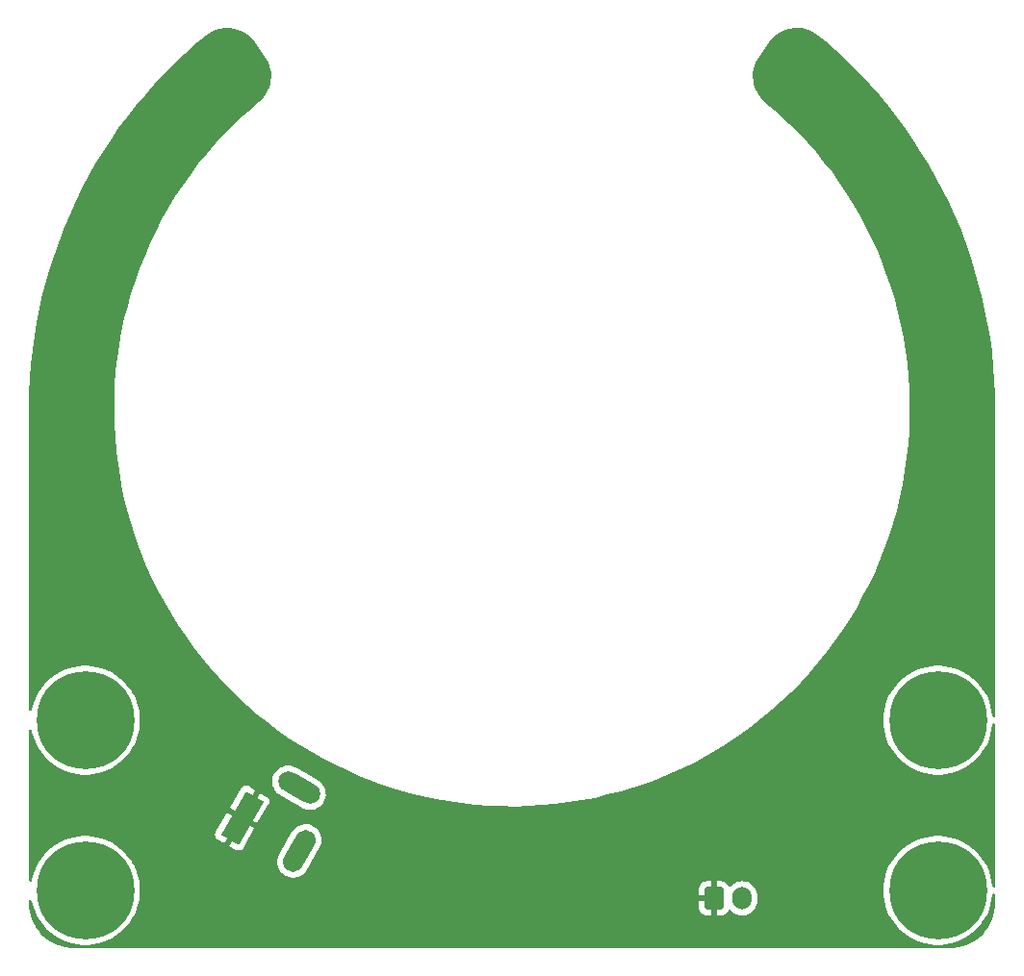
<source format=gbr>
%TF.GenerationSoftware,KiCad,Pcbnew,7.0.8*%
%TF.CreationDate,2024-01-31T23:47:12+00:00*%
%TF.ProjectId,Milo_RingLight,4d696c6f-5f52-4696-9e67-4c696768742e,rev?*%
%TF.SameCoordinates,Original*%
%TF.FileFunction,Copper,L2,Bot*%
%TF.FilePolarity,Positive*%
%FSLAX46Y46*%
G04 Gerber Fmt 4.6, Leading zero omitted, Abs format (unit mm)*
G04 Created by KiCad (PCBNEW 7.0.8) date 2024-01-31 23:47:12*
%MOMM*%
%LPD*%
G01*
G04 APERTURE LIST*
G04 Aperture macros list*
%AMRoundRect*
0 Rectangle with rounded corners*
0 $1 Rounding radius*
0 $2 $3 $4 $5 $6 $7 $8 $9 X,Y pos of 4 corners*
0 Add a 4 corners polygon primitive as box body*
4,1,4,$2,$3,$4,$5,$6,$7,$8,$9,$2,$3,0*
0 Add four circle primitives for the rounded corners*
1,1,$1+$1,$2,$3*
1,1,$1+$1,$4,$5*
1,1,$1+$1,$6,$7*
1,1,$1+$1,$8,$9*
0 Add four rect primitives between the rounded corners*
20,1,$1+$1,$2,$3,$4,$5,0*
20,1,$1+$1,$4,$5,$6,$7,0*
20,1,$1+$1,$6,$7,$8,$9,0*
20,1,$1+$1,$8,$9,$2,$3,0*%
%AMHorizOval*
0 Thick line with rounded ends*
0 $1 width*
0 $2 $3 position (X,Y) of the first rounded end (center of the circle)*
0 $4 $5 position (X,Y) of the second rounded end (center of the circle)*
0 Add line between two ends*
20,1,$1,$2,$3,$4,$5,0*
0 Add two circle primitives to create the rounded ends*
1,1,$1,$2,$3*
1,1,$1,$4,$5*%
%AMRotRect*
0 Rectangle, with rotation*
0 The origin of the aperture is its center*
0 $1 length*
0 $2 width*
0 $3 Rotation angle, in degrees counterclockwise*
0 Add horizontal line*
21,1,$1,$2,0,0,$3*%
G04 Aperture macros list end*
%TA.AperFunction,ComponentPad*%
%ADD10C,0.900000*%
%TD*%
%TA.AperFunction,ComponentPad*%
%ADD11C,8.600000*%
%TD*%
%TA.AperFunction,ComponentPad*%
%ADD12RoundRect,0.250000X-0.600000X-0.750000X0.600000X-0.750000X0.600000X0.750000X-0.600000X0.750000X0*%
%TD*%
%TA.AperFunction,ComponentPad*%
%ADD13O,1.700000X2.000000*%
%TD*%
%TA.AperFunction,ComponentPad*%
%ADD14RotRect,4.400000X1.800000X60.000000*%
%TD*%
%TA.AperFunction,ComponentPad*%
%ADD15HorizOval,1.800000X0.550000X0.952628X-0.550000X-0.952628X0*%
%TD*%
%TA.AperFunction,ComponentPad*%
%ADD16HorizOval,1.800000X-0.952628X0.550000X0.952628X-0.550000X0*%
%TD*%
%TA.AperFunction,ViaPad*%
%ADD17C,0.800000*%
%TD*%
G04 APERTURE END LIST*
D10*
%TO.P,J5,1,Pin_1*%
%TO.N,Net-(J5-Pin_1)*%
X104239024Y-97518461D03*
X105183605Y-95238042D03*
X105183605Y-99798880D03*
X107464024Y-94293461D03*
D11*
X107464024Y-97518461D03*
D10*
X107464024Y-100743461D03*
X109744443Y-95238042D03*
X109744443Y-99798880D03*
X110689024Y-97518461D03*
%TD*%
%TO.P,J2,1,Pin_1*%
%TO.N,Net-(J2-Pin_1)*%
X29239024Y-82518461D03*
X30183605Y-80238042D03*
X30183605Y-84798880D03*
X32464024Y-79293461D03*
D11*
X32464024Y-82518461D03*
D10*
X32464024Y-85743461D03*
X34744443Y-80238042D03*
X34744443Y-84798880D03*
X35689024Y-82518461D03*
%TD*%
%TO.P,J3,1,Pin_1*%
%TO.N,Net-(J3-Pin_1)*%
X29239024Y-97518461D03*
X30183605Y-95238042D03*
X30183605Y-99798880D03*
X32464024Y-94293461D03*
D11*
X32464024Y-97518461D03*
D10*
X32464024Y-100743461D03*
X34744443Y-95238042D03*
X34744443Y-99798880D03*
X35689024Y-97518461D03*
%TD*%
D12*
%TO.P,J6,1,Pin_1*%
%TO.N,VDD*%
X87750000Y-98200000D03*
D13*
%TO.P,J6,2,Pin_2*%
%TO.N,GND*%
X90250000Y-98200000D03*
%TD*%
D14*
%TO.P,J1,1*%
%TO.N,VDD*%
X46261858Y-91133080D03*
D15*
%TO.P,J1,2*%
%TO.N,GND*%
X51284805Y-94033080D03*
D16*
%TO.P,J1,3*%
%TO.N,N/C*%
X51259934Y-88476158D03*
%TD*%
D10*
%TO.P,J4,1,Pin_1*%
%TO.N,Net-(J4-Pin_1)*%
X104239024Y-82518461D03*
X105183605Y-80238042D03*
X105183605Y-84798880D03*
X107464024Y-79293461D03*
D11*
X107464024Y-82518461D03*
D10*
X107464024Y-85743461D03*
X109744443Y-80238042D03*
X109744443Y-84798880D03*
X110689024Y-82518461D03*
%TD*%
D17*
%TO.N,VDD*%
X43000000Y-30000000D03*
X40000000Y-100500000D03*
X33500000Y-58500000D03*
X40000000Y-85500000D03*
X40000000Y-76500000D03*
X103000000Y-78000000D03*
X109000000Y-60500000D03*
X100500000Y-31000000D03*
X100000000Y-86000000D03*
X84000000Y-98000000D03*
X100000000Y-100500000D03*
%TD*%
%TA.AperFunction,Conductor*%
%TO.N,VDD*%
G36*
X95136142Y-21559649D02*
G01*
X95387534Y-21580575D01*
X95457357Y-21586387D01*
X95464097Y-21587322D01*
X95558378Y-21605732D01*
X95780457Y-21649097D01*
X95787044Y-21650762D01*
X96094748Y-21746831D01*
X96101097Y-21749203D01*
X96396418Y-21878407D01*
X96402479Y-21881466D01*
X96681863Y-22042248D01*
X96687554Y-22045952D01*
X96948476Y-22236990D01*
X96951850Y-22239645D01*
X97902335Y-23042864D01*
X97906755Y-23046599D01*
X98838916Y-23882626D01*
X99746043Y-24745751D01*
X100627349Y-25635224D01*
X101482069Y-26550275D01*
X102309462Y-27490107D01*
X103108809Y-28453907D01*
X103879415Y-29440836D01*
X104620613Y-30450038D01*
X105331759Y-31480637D01*
X106012236Y-32531740D01*
X106661452Y-33602432D01*
X107278845Y-34691785D01*
X107863878Y-35798853D01*
X108416043Y-36922676D01*
X108934862Y-38062277D01*
X109419884Y-39216668D01*
X109870688Y-40384846D01*
X110286882Y-41565797D01*
X110668105Y-42758497D01*
X111014027Y-43961910D01*
X111324347Y-45174991D01*
X111598796Y-46396687D01*
X111837135Y-47625938D01*
X112039158Y-48861677D01*
X112204689Y-50102831D01*
X112333585Y-51348323D01*
X112425733Y-52597072D01*
X112481054Y-53847992D01*
X112499102Y-55073047D01*
X112498655Y-55075423D01*
X112498812Y-55108633D01*
X112498812Y-55341748D01*
X112481760Y-56318463D01*
X112481263Y-56320885D01*
X112481313Y-56341750D01*
X112481388Y-56341929D01*
X112490825Y-56366074D01*
X112487070Y-56367541D01*
X112496744Y-56385383D01*
X112499500Y-56411381D01*
X112499500Y-82117936D01*
X112479815Y-82184975D01*
X112427011Y-82230730D01*
X112357853Y-82240674D01*
X112294297Y-82211649D01*
X112256523Y-82152871D01*
X112251625Y-82123499D01*
X112250018Y-82087723D01*
X112250018Y-82087714D01*
X112192139Y-81660435D01*
X112096192Y-81240064D01*
X111962950Y-80829986D01*
X111800657Y-80450282D01*
X111793490Y-80433513D01*
X111793486Y-80433505D01*
X111791381Y-80429594D01*
X111589161Y-80053806D01*
X111565270Y-80017612D01*
X111351629Y-79693959D01*
X111351619Y-79693946D01*
X111082798Y-79356853D01*
X111082786Y-79356840D01*
X110784818Y-79045191D01*
X110784817Y-79045190D01*
X110784814Y-79045187D01*
X110556411Y-78845637D01*
X110460109Y-78761500D01*
X110460092Y-78761487D01*
X110111280Y-78508060D01*
X110111275Y-78508057D01*
X110111271Y-78508054D01*
X109741124Y-78286901D01*
X109741119Y-78286898D01*
X109741117Y-78286897D01*
X109352651Y-78099821D01*
X109352637Y-78099815D01*
X108948968Y-77948316D01*
X108948943Y-77948308D01*
X108533319Y-77833603D01*
X108109067Y-77756612D01*
X108109064Y-77756611D01*
X108109060Y-77756611D01*
X107679615Y-77717961D01*
X107248433Y-77717961D01*
X106818988Y-77756611D01*
X106818984Y-77756611D01*
X106818980Y-77756612D01*
X106394728Y-77833603D01*
X105979104Y-77948308D01*
X105979079Y-77948316D01*
X105575410Y-78099815D01*
X105575396Y-78099821D01*
X105186930Y-78286897D01*
X105186928Y-78286898D01*
X104816767Y-78508060D01*
X104467955Y-78761487D01*
X104467938Y-78761500D01*
X104143234Y-79045187D01*
X104143229Y-79045191D01*
X103845261Y-79356840D01*
X103845249Y-79356853D01*
X103576428Y-79693946D01*
X103576418Y-79693959D01*
X103338891Y-80053798D01*
X103338891Y-80053799D01*
X103134561Y-80433505D01*
X103134557Y-80433513D01*
X102965100Y-80829980D01*
X102965097Y-80829988D01*
X102831854Y-81240069D01*
X102735909Y-81660433D01*
X102678030Y-82087714D01*
X102678029Y-82087723D01*
X102658685Y-82518457D01*
X102658685Y-82518464D01*
X102678029Y-82949198D01*
X102678030Y-82949207D01*
X102735909Y-83376488D01*
X102831854Y-83796852D01*
X102965097Y-84206933D01*
X102965100Y-84206941D01*
X103134557Y-84603408D01*
X103134561Y-84603416D01*
X103134563Y-84603419D01*
X103338887Y-84983116D01*
X103338891Y-84983122D01*
X103338891Y-84983123D01*
X103576418Y-85342962D01*
X103576428Y-85342975D01*
X103845249Y-85680068D01*
X103845259Y-85680079D01*
X103845260Y-85680080D01*
X104143234Y-85991735D01*
X104467944Y-86275426D01*
X104816777Y-86528868D01*
X105186924Y-86750021D01*
X105186927Y-86750022D01*
X105186928Y-86750023D01*
X105186930Y-86750024D01*
X105575396Y-86937100D01*
X105575410Y-86937106D01*
X105979079Y-87088605D01*
X105979083Y-87088606D01*
X105979093Y-87088610D01*
X106394735Y-87203320D01*
X106818988Y-87280311D01*
X107248433Y-87318961D01*
X107248440Y-87318961D01*
X107679608Y-87318961D01*
X107679615Y-87318961D01*
X108109060Y-87280311D01*
X108533313Y-87203320D01*
X108948955Y-87088610D01*
X109352643Y-86937104D01*
X109741124Y-86750021D01*
X110111271Y-86528868D01*
X110460104Y-86275426D01*
X110784814Y-85991735D01*
X111082788Y-85680080D01*
X111103413Y-85654218D01*
X111219212Y-85509008D01*
X111351625Y-85342968D01*
X111589161Y-84983116D01*
X111793485Y-84603419D01*
X111962950Y-84206936D01*
X112096192Y-83796858D01*
X112192139Y-83376487D01*
X112250018Y-82949208D01*
X112251625Y-82913421D01*
X112274297Y-82847333D01*
X112329101Y-82803993D01*
X112398636Y-82797162D01*
X112460825Y-82829010D01*
X112495925Y-82889423D01*
X112499500Y-82918985D01*
X112499500Y-97117936D01*
X112479815Y-97184975D01*
X112427011Y-97230730D01*
X112357853Y-97240674D01*
X112294297Y-97211649D01*
X112256523Y-97152871D01*
X112251625Y-97123499D01*
X112250018Y-97087723D01*
X112250018Y-97087714D01*
X112192139Y-96660435D01*
X112096192Y-96240064D01*
X111962950Y-95829986D01*
X111887628Y-95653762D01*
X111793490Y-95433513D01*
X111793486Y-95433505D01*
X111793485Y-95433503D01*
X111589161Y-95053806D01*
X111589156Y-95053798D01*
X111351629Y-94693959D01*
X111351619Y-94693946D01*
X111082798Y-94356853D01*
X111082786Y-94356840D01*
X111063806Y-94336989D01*
X110784814Y-94045187D01*
X110536368Y-93828126D01*
X110460109Y-93761500D01*
X110460092Y-93761487D01*
X110111280Y-93508060D01*
X110111275Y-93508057D01*
X110111271Y-93508054D01*
X109741124Y-93286901D01*
X109741119Y-93286898D01*
X109741117Y-93286897D01*
X109352651Y-93099821D01*
X109352637Y-93099815D01*
X108948968Y-92948316D01*
X108948943Y-92948308D01*
X108533319Y-92833603D01*
X108109067Y-92756612D01*
X108109064Y-92756611D01*
X108109060Y-92756611D01*
X107679615Y-92717961D01*
X107248433Y-92717961D01*
X106818988Y-92756611D01*
X106818984Y-92756611D01*
X106818980Y-92756612D01*
X106394728Y-92833603D01*
X105979104Y-92948308D01*
X105979079Y-92948316D01*
X105575410Y-93099815D01*
X105575396Y-93099821D01*
X105186930Y-93286897D01*
X105186928Y-93286898D01*
X104816767Y-93508060D01*
X104467955Y-93761487D01*
X104467938Y-93761500D01*
X104143234Y-94045187D01*
X104143229Y-94045191D01*
X103845261Y-94356840D01*
X103845249Y-94356853D01*
X103576428Y-94693946D01*
X103576418Y-94693959D01*
X103338891Y-95053798D01*
X103338891Y-95053799D01*
X103134561Y-95433505D01*
X103134557Y-95433513D01*
X102965100Y-95829980D01*
X102965097Y-95829988D01*
X102831854Y-96240069D01*
X102735909Y-96660433D01*
X102678030Y-97087714D01*
X102678029Y-97087723D01*
X102658685Y-97518457D01*
X102658685Y-97518464D01*
X102678029Y-97949198D01*
X102678030Y-97949207D01*
X102735909Y-98376488D01*
X102831854Y-98796852D01*
X102965097Y-99206933D01*
X102965100Y-99206941D01*
X103134557Y-99603408D01*
X103134561Y-99603416D01*
X103180888Y-99689505D01*
X103338887Y-99983116D01*
X103338891Y-99983122D01*
X103338891Y-99983123D01*
X103576418Y-100342962D01*
X103576428Y-100342975D01*
X103845249Y-100680068D01*
X103845261Y-100680081D01*
X104020382Y-100863243D01*
X104143234Y-100991735D01*
X104467944Y-101275426D01*
X104816777Y-101528868D01*
X105186924Y-101750021D01*
X105186927Y-101750022D01*
X105186928Y-101750023D01*
X105186930Y-101750024D01*
X105575396Y-101937100D01*
X105575410Y-101937106D01*
X105979079Y-102088605D01*
X105979083Y-102088606D01*
X105979093Y-102088610D01*
X106394735Y-102203320D01*
X106818988Y-102280311D01*
X107248433Y-102318961D01*
X107248440Y-102318961D01*
X107679608Y-102318961D01*
X107679615Y-102318961D01*
X108109060Y-102280311D01*
X108533313Y-102203320D01*
X108948955Y-102088610D01*
X109352643Y-101937104D01*
X109741124Y-101750021D01*
X110111271Y-101528868D01*
X110460104Y-101275426D01*
X110784814Y-100991735D01*
X111082788Y-100680080D01*
X111187522Y-100548748D01*
X111317920Y-100385233D01*
X111351625Y-100342968D01*
X111589161Y-99983116D01*
X111793485Y-99603419D01*
X111962950Y-99206936D01*
X112096192Y-98796858D01*
X112192139Y-98376487D01*
X112250018Y-97949208D01*
X112251625Y-97913421D01*
X112274297Y-97847333D01*
X112329101Y-97803993D01*
X112398636Y-97797162D01*
X112460825Y-97829010D01*
X112495925Y-97889423D01*
X112499500Y-97918985D01*
X112499500Y-98598560D01*
X112499434Y-98601424D01*
X112482570Y-98966165D01*
X112482042Y-98971870D01*
X112431796Y-99332069D01*
X112430743Y-99337701D01*
X112347479Y-99691720D01*
X112345911Y-99697231D01*
X112230332Y-100042072D01*
X112228265Y-100047407D01*
X112154814Y-100213758D01*
X112081366Y-100380103D01*
X112078812Y-100385232D01*
X111901840Y-100702955D01*
X111898824Y-100707826D01*
X111693287Y-101007875D01*
X111689834Y-101012448D01*
X111457498Y-101292239D01*
X111453638Y-101296473D01*
X111196473Y-101553638D01*
X111192239Y-101557498D01*
X110912448Y-101789834D01*
X110907875Y-101793287D01*
X110607826Y-101998824D01*
X110602955Y-102001840D01*
X110285232Y-102178812D01*
X110280103Y-102181366D01*
X110113758Y-102254814D01*
X109947411Y-102328264D01*
X109942072Y-102330332D01*
X109597231Y-102445911D01*
X109591720Y-102447479D01*
X109237701Y-102530743D01*
X109232069Y-102531796D01*
X108871870Y-102582042D01*
X108866165Y-102582570D01*
X108501424Y-102599434D01*
X108498560Y-102599500D01*
X31501783Y-102599500D01*
X31498919Y-102599434D01*
X31134177Y-102582570D01*
X31128472Y-102582042D01*
X30768272Y-102531796D01*
X30762640Y-102530743D01*
X30408622Y-102447479D01*
X30403111Y-102445911D01*
X30177218Y-102370200D01*
X30058262Y-102330331D01*
X30052942Y-102328269D01*
X29720227Y-102181362D01*
X29715108Y-102178813D01*
X29715106Y-102178812D01*
X29553155Y-102088605D01*
X29397385Y-102001841D01*
X29392514Y-101998825D01*
X29092465Y-101793288D01*
X29087902Y-101789843D01*
X28808099Y-101557497D01*
X28803867Y-101553639D01*
X28546702Y-101296474D01*
X28542842Y-101292240D01*
X28310496Y-101012435D01*
X28307053Y-101007876D01*
X28101515Y-100707827D01*
X28098499Y-100702956D01*
X28082694Y-100674581D01*
X27921522Y-100385222D01*
X27918983Y-100380122D01*
X27772067Y-100047389D01*
X27770008Y-100042073D01*
X27750249Y-99983122D01*
X27654426Y-99697225D01*
X27652863Y-99691733D01*
X27569594Y-99337694D01*
X27568543Y-99332070D01*
X27568543Y-99332069D01*
X27518295Y-98971857D01*
X27517769Y-98966164D01*
X27500909Y-98601488D01*
X27500843Y-98598624D01*
X27500843Y-98447124D01*
X27520528Y-98380085D01*
X27573332Y-98334330D01*
X27642490Y-98324386D01*
X27706046Y-98353411D01*
X27743820Y-98412189D01*
X27745731Y-98419524D01*
X27752688Y-98450000D01*
X27831854Y-98796852D01*
X27965097Y-99206933D01*
X27965100Y-99206941D01*
X28134557Y-99603408D01*
X28134561Y-99603416D01*
X28180888Y-99689505D01*
X28338887Y-99983116D01*
X28338891Y-99983122D01*
X28338891Y-99983123D01*
X28576418Y-100342962D01*
X28576428Y-100342975D01*
X28845249Y-100680068D01*
X28845261Y-100680081D01*
X29020382Y-100863243D01*
X29143234Y-100991735D01*
X29467944Y-101275426D01*
X29816777Y-101528868D01*
X30186924Y-101750021D01*
X30186927Y-101750022D01*
X30186928Y-101750023D01*
X30186930Y-101750024D01*
X30575396Y-101937100D01*
X30575410Y-101937106D01*
X30979079Y-102088605D01*
X30979083Y-102088606D01*
X30979093Y-102088610D01*
X31394735Y-102203320D01*
X31818988Y-102280311D01*
X32248433Y-102318961D01*
X32248440Y-102318961D01*
X32679608Y-102318961D01*
X32679615Y-102318961D01*
X33109060Y-102280311D01*
X33533313Y-102203320D01*
X33948955Y-102088610D01*
X34352643Y-101937104D01*
X34741124Y-101750021D01*
X35111271Y-101528868D01*
X35460104Y-101275426D01*
X35784814Y-100991735D01*
X36082788Y-100680080D01*
X36187522Y-100548748D01*
X36317920Y-100385233D01*
X36351625Y-100342968D01*
X36589161Y-99983116D01*
X36793485Y-99603419D01*
X36962950Y-99206936D01*
X37096192Y-98796858D01*
X37192139Y-98376487D01*
X37249911Y-97950000D01*
X86400000Y-97950000D01*
X87316314Y-97950000D01*
X87290507Y-97990156D01*
X87250000Y-98128111D01*
X87250000Y-98271889D01*
X87290507Y-98409844D01*
X87316314Y-98450000D01*
X86400001Y-98450000D01*
X86400001Y-98999986D01*
X86410494Y-99102697D01*
X86465641Y-99269119D01*
X86465643Y-99269124D01*
X86557684Y-99418345D01*
X86681654Y-99542315D01*
X86830875Y-99634356D01*
X86830880Y-99634358D01*
X86997302Y-99689505D01*
X86997309Y-99689506D01*
X87100019Y-99699999D01*
X87499999Y-99699999D01*
X87500000Y-99699998D01*
X87500000Y-98635501D01*
X87607685Y-98684680D01*
X87714237Y-98700000D01*
X87785763Y-98700000D01*
X87892315Y-98684680D01*
X88000000Y-98635501D01*
X88000000Y-99699999D01*
X88399972Y-99699999D01*
X88399986Y-99699998D01*
X88502697Y-99689505D01*
X88669119Y-99634358D01*
X88669124Y-99634356D01*
X88818345Y-99542315D01*
X88942315Y-99418345D01*
X89037815Y-99263516D01*
X89089763Y-99216792D01*
X89158726Y-99205569D01*
X89222808Y-99233413D01*
X89231035Y-99240931D01*
X89378599Y-99388495D01*
X89378602Y-99388497D01*
X89378603Y-99388498D01*
X89572165Y-99524032D01*
X89572167Y-99524033D01*
X89572170Y-99524035D01*
X89786337Y-99623903D01*
X89786343Y-99623904D01*
X89786344Y-99623905D01*
X89825356Y-99634358D01*
X90014592Y-99685063D01*
X90202918Y-99701539D01*
X90249999Y-99705659D01*
X90250000Y-99705659D01*
X90250001Y-99705659D01*
X90289234Y-99702226D01*
X90485408Y-99685063D01*
X90713663Y-99623903D01*
X90927829Y-99524035D01*
X91121401Y-99388495D01*
X91288495Y-99221401D01*
X91424035Y-99027829D01*
X91523903Y-98813663D01*
X91585063Y-98585408D01*
X91600500Y-98408966D01*
X91600500Y-97991034D01*
X91585063Y-97814592D01*
X91523903Y-97586337D01*
X91424035Y-97372171D01*
X91371617Y-97297309D01*
X91288494Y-97178597D01*
X91121402Y-97011506D01*
X91121395Y-97011501D01*
X90927834Y-96875967D01*
X90927830Y-96875965D01*
X90888626Y-96857684D01*
X90713663Y-96776097D01*
X90713659Y-96776096D01*
X90713655Y-96776094D01*
X90485413Y-96714938D01*
X90485403Y-96714936D01*
X90250001Y-96694341D01*
X90249999Y-96694341D01*
X90014596Y-96714936D01*
X90014586Y-96714938D01*
X89786344Y-96776094D01*
X89786335Y-96776098D01*
X89572171Y-96875964D01*
X89572169Y-96875965D01*
X89378597Y-97011505D01*
X89231035Y-97159068D01*
X89169712Y-97192553D01*
X89100020Y-97187569D01*
X89044087Y-97145697D01*
X89037815Y-97136484D01*
X88942315Y-96981654D01*
X88818345Y-96857684D01*
X88669124Y-96765643D01*
X88669119Y-96765641D01*
X88502697Y-96710494D01*
X88502690Y-96710493D01*
X88399986Y-96700000D01*
X88000000Y-96700000D01*
X88000000Y-97764498D01*
X87892315Y-97715320D01*
X87785763Y-97700000D01*
X87714237Y-97700000D01*
X87607685Y-97715320D01*
X87500000Y-97764498D01*
X87500000Y-96700000D01*
X87100028Y-96700000D01*
X87100012Y-96700001D01*
X86997302Y-96710494D01*
X86830880Y-96765641D01*
X86830875Y-96765643D01*
X86681654Y-96857684D01*
X86557684Y-96981654D01*
X86465643Y-97130875D01*
X86465641Y-97130880D01*
X86410494Y-97297302D01*
X86410493Y-97297309D01*
X86400000Y-97400013D01*
X86400000Y-97950000D01*
X37249911Y-97950000D01*
X37250018Y-97949208D01*
X37269363Y-97518461D01*
X37250018Y-97087714D01*
X37192139Y-96660435D01*
X37096192Y-96240064D01*
X36962950Y-95829986D01*
X36887628Y-95653762D01*
X36793490Y-95433513D01*
X36793486Y-95433505D01*
X36793485Y-95433503D01*
X36589161Y-95053806D01*
X36589156Y-95053798D01*
X36531082Y-94965819D01*
X49329382Y-94965819D01*
X49335617Y-95053799D01*
X49346236Y-95203622D01*
X49403037Y-95435157D01*
X49498151Y-95653762D01*
X49628838Y-95853145D01*
X49791348Y-96027580D01*
X49791351Y-96027582D01*
X49980988Y-96172035D01*
X49980990Y-96172036D01*
X49980994Y-96172039D01*
X50079019Y-96223214D01*
X50192321Y-96282366D01*
X50192324Y-96282367D01*
X50192328Y-96282369D01*
X50419268Y-96355397D01*
X50655285Y-96389020D01*
X50893590Y-96382274D01*
X51027600Y-96355371D01*
X51127320Y-96335353D01*
X51127323Y-96335352D01*
X51127324Y-96335351D01*
X51127327Y-96335351D01*
X51349772Y-96249601D01*
X51554525Y-96127492D01*
X51735697Y-95972535D01*
X51888074Y-95789188D01*
X53077422Y-93729176D01*
X53153320Y-93567409D01*
X53216651Y-93337574D01*
X53240228Y-93100342D01*
X53223374Y-92862539D01*
X53166573Y-92631004D01*
X53071459Y-92412398D01*
X52940770Y-92213013D01*
X52778263Y-92038581D01*
X52778262Y-92038580D01*
X52778261Y-92038579D01*
X52778258Y-92038577D01*
X52588621Y-91894124D01*
X52588612Y-91894119D01*
X52377288Y-91783793D01*
X52150343Y-91710763D01*
X52111005Y-91705159D01*
X51914325Y-91677140D01*
X51914320Y-91677140D01*
X51676018Y-91683886D01*
X51442289Y-91730806D01*
X51442286Y-91730807D01*
X51219838Y-91816559D01*
X51219830Y-91816563D01*
X51015087Y-91938666D01*
X51015085Y-91938668D01*
X50833913Y-92093626D01*
X50833910Y-92093628D01*
X50833908Y-92093631D01*
X50681540Y-92276966D01*
X50681533Y-92276975D01*
X50206464Y-93099821D01*
X49492188Y-94336984D01*
X49492186Y-94336989D01*
X49416293Y-94498743D01*
X49416291Y-94498749D01*
X49416290Y-94498752D01*
X49382300Y-94622103D01*
X49352958Y-94728588D01*
X49329382Y-94965810D01*
X49329382Y-94965819D01*
X36531082Y-94965819D01*
X36351629Y-94693959D01*
X36351619Y-94693946D01*
X36082798Y-94356853D01*
X36082786Y-94356840D01*
X36063806Y-94336989D01*
X35784814Y-94045187D01*
X35536368Y-93828126D01*
X35460109Y-93761500D01*
X35460092Y-93761487D01*
X35111280Y-93508060D01*
X35111275Y-93508057D01*
X35111271Y-93508054D01*
X34741124Y-93286901D01*
X34741119Y-93286898D01*
X34741117Y-93286897D01*
X34352651Y-93099821D01*
X34352637Y-93099815D01*
X33948968Y-92948316D01*
X33948943Y-92948308D01*
X33533319Y-92833603D01*
X33109067Y-92756612D01*
X33109064Y-92756611D01*
X33109060Y-92756611D01*
X32679615Y-92717961D01*
X32248433Y-92717961D01*
X31818988Y-92756611D01*
X31818984Y-92756611D01*
X31818980Y-92756612D01*
X31394728Y-92833603D01*
X30979104Y-92948308D01*
X30979079Y-92948316D01*
X30575410Y-93099815D01*
X30575396Y-93099821D01*
X30186930Y-93286897D01*
X30186928Y-93286898D01*
X29816767Y-93508060D01*
X29467955Y-93761487D01*
X29467938Y-93761500D01*
X29143234Y-94045187D01*
X29143229Y-94045191D01*
X28845261Y-94356840D01*
X28845249Y-94356853D01*
X28576428Y-94693946D01*
X28576418Y-94693959D01*
X28338891Y-95053798D01*
X28338891Y-95053799D01*
X28134561Y-95433505D01*
X28134557Y-95433513D01*
X27965100Y-95829980D01*
X27965097Y-95829988D01*
X27831854Y-96240069D01*
X27745734Y-96617389D01*
X27711625Y-96678368D01*
X27649964Y-96711226D01*
X27580327Y-96705531D01*
X27524823Y-96663091D01*
X27501075Y-96597381D01*
X27500843Y-96589797D01*
X27500843Y-92576315D01*
X43877435Y-92576315D01*
X43894506Y-92719075D01*
X43951104Y-92851248D01*
X44042644Y-92962115D01*
X44042648Y-92962118D01*
X44091013Y-92997434D01*
X44091018Y-92997437D01*
X44695351Y-93346348D01*
X44695352Y-93346348D01*
X45237508Y-92407305D01*
X45241884Y-92423636D01*
X45310894Y-92529902D01*
X45409365Y-92609641D01*
X45527657Y-92655050D01*
X45654191Y-92661681D01*
X45670519Y-92657305D01*
X45128364Y-93596348D01*
X45128364Y-93596349D01*
X45732693Y-93945259D01*
X45787470Y-93969491D01*
X45787476Y-93969493D01*
X45929258Y-93993334D01*
X45929260Y-93993335D01*
X46072020Y-93976264D01*
X46204193Y-93919666D01*
X46315060Y-93828126D01*
X46315063Y-93828122D01*
X46350379Y-93779757D01*
X46350382Y-93779752D01*
X47349293Y-92049586D01*
X47349293Y-92049585D01*
X46483268Y-91549585D01*
X46733268Y-91116573D01*
X47599292Y-91616572D01*
X47599293Y-91616572D01*
X48598204Y-89886411D01*
X48622436Y-89831634D01*
X48622438Y-89831628D01*
X48646279Y-89689846D01*
X48646280Y-89689844D01*
X48629209Y-89547084D01*
X48572611Y-89414911D01*
X48481071Y-89304044D01*
X48481067Y-89304041D01*
X48432702Y-89268725D01*
X48432697Y-89268722D01*
X47828363Y-88919810D01*
X47828362Y-88919810D01*
X47286206Y-89858851D01*
X47281832Y-89842524D01*
X47212822Y-89736258D01*
X47114351Y-89656519D01*
X46996059Y-89611110D01*
X46869526Y-89604479D01*
X46853192Y-89608855D01*
X47395350Y-88669810D01*
X47395350Y-88669809D01*
X46791022Y-88320900D01*
X46736245Y-88296668D01*
X46736239Y-88296666D01*
X46594457Y-88272825D01*
X46594455Y-88272824D01*
X46451695Y-88289895D01*
X46319522Y-88346493D01*
X46208655Y-88438033D01*
X46208652Y-88438037D01*
X46173336Y-88486402D01*
X46173333Y-88486407D01*
X45174421Y-90216572D01*
X45174421Y-90216573D01*
X46040447Y-90716573D01*
X45790447Y-91149585D01*
X44924422Y-90649586D01*
X44924421Y-90649586D01*
X43925511Y-92379748D01*
X43901279Y-92434525D01*
X43901277Y-92434531D01*
X43877436Y-92576313D01*
X43877435Y-92576315D01*
X27500843Y-92576315D01*
X27500843Y-87846642D01*
X48903994Y-87846642D01*
X48910740Y-88084944D01*
X48957660Y-88318673D01*
X48957661Y-88318676D01*
X49043413Y-88541124D01*
X49043417Y-88541132D01*
X49120156Y-88669809D01*
X49165522Y-88745878D01*
X49269435Y-88867371D01*
X49314286Y-88919810D01*
X49320479Y-88927050D01*
X49503826Y-89079427D01*
X49503829Y-89079429D01*
X49503832Y-89079431D01*
X50155928Y-89455918D01*
X51563838Y-90268775D01*
X51652631Y-90310435D01*
X51725598Y-90344670D01*
X51725599Y-90344670D01*
X51725605Y-90344673D01*
X51955440Y-90408004D01*
X52192672Y-90431581D01*
X52430475Y-90414727D01*
X52662010Y-90357926D01*
X52880616Y-90262812D01*
X53080001Y-90132123D01*
X53254433Y-89969616D01*
X53398893Y-89779969D01*
X53509223Y-89568635D01*
X53582251Y-89341695D01*
X53615874Y-89105678D01*
X53609128Y-88867373D01*
X53584737Y-88745875D01*
X53562207Y-88633642D01*
X53562206Y-88633639D01*
X53553202Y-88610281D01*
X53476455Y-88411191D01*
X53354346Y-88206438D01*
X53199388Y-88025266D01*
X53016042Y-87872889D01*
X53016041Y-87872888D01*
X53016038Y-87872886D01*
X51856314Y-87203320D01*
X50956030Y-86683541D01*
X50905130Y-86659659D01*
X50794270Y-86607646D01*
X50794266Y-86607644D01*
X50794262Y-86607643D01*
X50564428Y-86544312D01*
X50564427Y-86544311D01*
X50564425Y-86544311D01*
X50327198Y-86520735D01*
X50327196Y-86520735D01*
X50232074Y-86527476D01*
X50089389Y-86537589D01*
X49857860Y-86594389D01*
X49857858Y-86594389D01*
X49857857Y-86594390D01*
X49767719Y-86633608D01*
X49639251Y-86689504D01*
X49439868Y-86820191D01*
X49265433Y-86982701D01*
X49265431Y-86982704D01*
X49120978Y-87172341D01*
X49120973Y-87172350D01*
X49010647Y-87383674D01*
X48937617Y-87610619D01*
X48926409Y-87689293D01*
X48903994Y-87846638D01*
X48903994Y-87846641D01*
X48903994Y-87846642D01*
X27500843Y-87846642D01*
X27500843Y-83447124D01*
X27520528Y-83380085D01*
X27573332Y-83334330D01*
X27642490Y-83324386D01*
X27706046Y-83353411D01*
X27743820Y-83412189D01*
X27745731Y-83419524D01*
X27770411Y-83527654D01*
X27831854Y-83796852D01*
X27965097Y-84206933D01*
X27965100Y-84206941D01*
X28134557Y-84603408D01*
X28134561Y-84603416D01*
X28134563Y-84603419D01*
X28338887Y-84983116D01*
X28338891Y-84983122D01*
X28338891Y-84983123D01*
X28576418Y-85342962D01*
X28576428Y-85342975D01*
X28845249Y-85680068D01*
X28845259Y-85680079D01*
X28845260Y-85680080D01*
X29143234Y-85991735D01*
X29467944Y-86275426D01*
X29816777Y-86528868D01*
X30186924Y-86750021D01*
X30186927Y-86750022D01*
X30186928Y-86750023D01*
X30186930Y-86750024D01*
X30575396Y-86937100D01*
X30575410Y-86937106D01*
X30979079Y-87088605D01*
X30979083Y-87088606D01*
X30979093Y-87088610D01*
X31394735Y-87203320D01*
X31818988Y-87280311D01*
X32248433Y-87318961D01*
X32248440Y-87318961D01*
X32679608Y-87318961D01*
X32679615Y-87318961D01*
X33109060Y-87280311D01*
X33533313Y-87203320D01*
X33948955Y-87088610D01*
X34352643Y-86937104D01*
X34741124Y-86750021D01*
X35111271Y-86528868D01*
X35460104Y-86275426D01*
X35784814Y-85991735D01*
X36082788Y-85680080D01*
X36103413Y-85654218D01*
X36219212Y-85509008D01*
X36351625Y-85342968D01*
X36589161Y-84983116D01*
X36793485Y-84603419D01*
X36962950Y-84206936D01*
X37096192Y-83796858D01*
X37192139Y-83376487D01*
X37250018Y-82949208D01*
X37269363Y-82518461D01*
X37250018Y-82087714D01*
X37192139Y-81660435D01*
X37096192Y-81240064D01*
X36962950Y-80829986D01*
X36800657Y-80450282D01*
X36793490Y-80433513D01*
X36793486Y-80433505D01*
X36791381Y-80429594D01*
X36589161Y-80053806D01*
X36565270Y-80017612D01*
X36351629Y-79693959D01*
X36351619Y-79693946D01*
X36082798Y-79356853D01*
X36082786Y-79356840D01*
X35784818Y-79045191D01*
X35784817Y-79045190D01*
X35784814Y-79045187D01*
X35556411Y-78845637D01*
X35460109Y-78761500D01*
X35460092Y-78761487D01*
X35111280Y-78508060D01*
X35111275Y-78508057D01*
X35111271Y-78508054D01*
X34741124Y-78286901D01*
X34741119Y-78286898D01*
X34741117Y-78286897D01*
X34352651Y-78099821D01*
X34352637Y-78099815D01*
X33948968Y-77948316D01*
X33948943Y-77948308D01*
X33533319Y-77833603D01*
X33109067Y-77756612D01*
X33109064Y-77756611D01*
X33109060Y-77756611D01*
X32679615Y-77717961D01*
X32248433Y-77717961D01*
X31818988Y-77756611D01*
X31818984Y-77756611D01*
X31818980Y-77756612D01*
X31394728Y-77833603D01*
X30979104Y-77948308D01*
X30979079Y-77948316D01*
X30575410Y-78099815D01*
X30575396Y-78099821D01*
X30186930Y-78286897D01*
X30186928Y-78286898D01*
X29816767Y-78508060D01*
X29467955Y-78761487D01*
X29467938Y-78761500D01*
X29143234Y-79045187D01*
X29143229Y-79045191D01*
X28845261Y-79356840D01*
X28845249Y-79356853D01*
X28576428Y-79693946D01*
X28576418Y-79693959D01*
X28338891Y-80053798D01*
X28338891Y-80053799D01*
X28134561Y-80433505D01*
X28134557Y-80433513D01*
X27965100Y-80829980D01*
X27965097Y-80829988D01*
X27831854Y-81240069D01*
X27745734Y-81617389D01*
X27711625Y-81678368D01*
X27649964Y-81711226D01*
X27580327Y-81705531D01*
X27524823Y-81663091D01*
X27501075Y-81597381D01*
X27500843Y-81589797D01*
X27500843Y-56410862D01*
X27509283Y-56365896D01*
X27511292Y-56360733D01*
X27517216Y-56350639D01*
X27518681Y-56345858D01*
X27518704Y-56320065D01*
X27518247Y-56317881D01*
X27500843Y-55270723D01*
X27500843Y-54929367D01*
X27524128Y-53683055D01*
X27583949Y-52438037D01*
X27680255Y-51195309D01*
X27812963Y-49955940D01*
X27981960Y-48720995D01*
X28187099Y-47491538D01*
X28428204Y-46268625D01*
X28705068Y-45053309D01*
X29017453Y-43846634D01*
X29365090Y-42649639D01*
X29747679Y-41463354D01*
X30164893Y-40288799D01*
X30616372Y-39126984D01*
X31101727Y-37978908D01*
X31620542Y-36845559D01*
X32172369Y-35727913D01*
X32756735Y-34626929D01*
X33373136Y-33543556D01*
X34021043Y-32478726D01*
X34699897Y-31433353D01*
X35409116Y-30408338D01*
X36148089Y-29404562D01*
X36916181Y-28422888D01*
X37712730Y-27464161D01*
X38537051Y-26529206D01*
X39388437Y-25618826D01*
X40266153Y-24733806D01*
X41169445Y-23874905D01*
X42097537Y-23042864D01*
X42340414Y-22837646D01*
X43048007Y-22239768D01*
X43051361Y-22237128D01*
X43312466Y-22045958D01*
X43318136Y-22042266D01*
X43597534Y-21881476D01*
X43603580Y-21878425D01*
X43898914Y-21749216D01*
X43905251Y-21746848D01*
X44212964Y-21650776D01*
X44219546Y-21649112D01*
X44400429Y-21613792D01*
X44535907Y-21587338D01*
X44542642Y-21586403D01*
X44755989Y-21568644D01*
X44863857Y-21559665D01*
X44870660Y-21559473D01*
X45192894Y-21568090D01*
X45199630Y-21568641D01*
X45519001Y-21612515D01*
X45525654Y-21613805D01*
X45838198Y-21692385D01*
X45838254Y-21692399D01*
X45844753Y-21694417D01*
X46146861Y-21806787D01*
X46153103Y-21809507D01*
X46441082Y-21954304D01*
X46446982Y-21957688D01*
X46717173Y-22133042D01*
X46717352Y-22133158D01*
X46722851Y-22137172D01*
X46972376Y-22341217D01*
X46977402Y-22345810D01*
X47203066Y-22575962D01*
X47207555Y-22581074D01*
X47407866Y-22836125D01*
X47409888Y-22838849D01*
X48270777Y-24068325D01*
X48272587Y-24071063D01*
X48439007Y-24337935D01*
X48442193Y-24343707D01*
X48578571Y-24625284D01*
X48581122Y-24631357D01*
X48686773Y-24925824D01*
X48688670Y-24932154D01*
X48762402Y-25236182D01*
X48763615Y-25242678D01*
X48804595Y-25552830D01*
X48805111Y-25559418D01*
X48812872Y-25872162D01*
X48812684Y-25878767D01*
X48787139Y-26190567D01*
X48786250Y-26197115D01*
X48727691Y-26504421D01*
X48726110Y-26510837D01*
X48635196Y-26810185D01*
X48632941Y-26816396D01*
X48510711Y-27104366D01*
X48507809Y-27110303D01*
X48355640Y-27383648D01*
X48352123Y-27389242D01*
X48171752Y-27644844D01*
X48167660Y-27650032D01*
X47961120Y-27885012D01*
X47956499Y-27889736D01*
X47724698Y-28102738D01*
X47722209Y-28104906D01*
X47299281Y-28453907D01*
X47271993Y-28476425D01*
X46393973Y-29251740D01*
X45542384Y-30055997D01*
X44718180Y-30888296D01*
X43922283Y-31747704D01*
X43155585Y-32633259D01*
X42418944Y-33543970D01*
X41713186Y-34478817D01*
X41039099Y-35436753D01*
X40397440Y-36416705D01*
X39788926Y-37417577D01*
X39214239Y-38438248D01*
X38674022Y-39477574D01*
X38168881Y-40534393D01*
X37699380Y-41607521D01*
X37266046Y-42695755D01*
X36869363Y-43797879D01*
X36509776Y-44912658D01*
X36187688Y-46038843D01*
X35903458Y-47175173D01*
X35657406Y-48320377D01*
X35449807Y-49473172D01*
X35280893Y-50632267D01*
X35150853Y-51796365D01*
X35059833Y-52964162D01*
X35007936Y-54134350D01*
X34995218Y-55305619D01*
X35021694Y-56476658D01*
X35087336Y-57646156D01*
X35192068Y-58812803D01*
X35335774Y-59975293D01*
X35518293Y-61132324D01*
X35739421Y-62282600D01*
X35998909Y-63424835D01*
X36296468Y-64557748D01*
X36631765Y-65680071D01*
X37004423Y-66790549D01*
X37414025Y-67887936D01*
X37860114Y-68971005D01*
X38342189Y-70038543D01*
X38859711Y-71089355D01*
X39412100Y-72122263D01*
X39998738Y-73136112D01*
X40618968Y-74129766D01*
X41272095Y-75102113D01*
X41957388Y-76052064D01*
X42674081Y-76978555D01*
X43421369Y-77880549D01*
X44198417Y-78757037D01*
X45004355Y-79607035D01*
X45838280Y-80429594D01*
X46699259Y-81223792D01*
X47586326Y-81988739D01*
X48498491Y-82723579D01*
X49434730Y-83427490D01*
X50393995Y-84099683D01*
X51375213Y-84739406D01*
X52377285Y-85345941D01*
X53399089Y-85918611D01*
X54439480Y-86456774D01*
X55497295Y-86959827D01*
X56571347Y-87427207D01*
X57660436Y-87858391D01*
X58763341Y-88252896D01*
X59878828Y-88610281D01*
X61005647Y-88930144D01*
X62142536Y-89212129D01*
X63288224Y-89455918D01*
X64441427Y-89661240D01*
X65600854Y-89827864D01*
X66765206Y-89955604D01*
X67933180Y-90044317D01*
X69103468Y-90093903D01*
X70274761Y-90104308D01*
X71445745Y-90075518D01*
X72615111Y-90007567D01*
X73781549Y-89900531D01*
X74943752Y-89754529D01*
X76100420Y-89569725D01*
X77250258Y-89346325D01*
X78391978Y-89084581D01*
X79524301Y-88784785D01*
X80645960Y-88447273D01*
X81755699Y-88072422D01*
X82852275Y-87660652D01*
X83934461Y-87212425D01*
X85001045Y-86728242D01*
X86050832Y-86208646D01*
X87082647Y-85654218D01*
X88095336Y-85065578D01*
X89087763Y-84443387D01*
X90058818Y-83788341D01*
X91007413Y-83101172D01*
X91932487Y-82382651D01*
X92833003Y-81633583D01*
X93707954Y-80854805D01*
X94556359Y-80047190D01*
X95377269Y-79211641D01*
X96169765Y-78349096D01*
X96932958Y-77460519D01*
X97665996Y-76546905D01*
X98368056Y-75609278D01*
X99038352Y-74648686D01*
X99676136Y-73666207D01*
X100280691Y-72662939D01*
X100851341Y-71640006D01*
X101387448Y-70598553D01*
X101888411Y-69539747D01*
X102353669Y-68464773D01*
X102782701Y-67374835D01*
X103175027Y-66271153D01*
X103530207Y-65154963D01*
X103847844Y-64027514D01*
X104127582Y-62890070D01*
X104369108Y-61743903D01*
X104572152Y-60590297D01*
X104736486Y-59430543D01*
X104861926Y-58265941D01*
X104948331Y-57097794D01*
X104995606Y-55927410D01*
X104999566Y-55355852D01*
X104999665Y-55355035D01*
X104999665Y-55341754D01*
X104999869Y-55307693D01*
X104999816Y-55307539D01*
X104999665Y-55301425D01*
X104999665Y-55152697D01*
X105000500Y-55149853D01*
X105000500Y-55124529D01*
X105000683Y-55123599D01*
X105000540Y-55100000D01*
X105000541Y-55099998D01*
X105000539Y-55099995D01*
X105000498Y-55093193D01*
X105000479Y-54528987D01*
X104963226Y-53387568D01*
X104888760Y-52247973D01*
X104777159Y-51111412D01*
X104628543Y-49979097D01*
X104443069Y-48852233D01*
X104220936Y-47732018D01*
X103962379Y-46619646D01*
X103667674Y-45516299D01*
X103337135Y-44423154D01*
X102971113Y-43341372D01*
X102569998Y-42272106D01*
X102134216Y-41216493D01*
X101664232Y-40175657D01*
X101160546Y-39150706D01*
X100623694Y-38142731D01*
X100054247Y-37152804D01*
X99452812Y-36181980D01*
X98820028Y-35231292D01*
X98156570Y-34301750D01*
X97463143Y-33394346D01*
X96740485Y-32510044D01*
X95989365Y-31649787D01*
X95210584Y-30814488D01*
X94404969Y-30005038D01*
X93573379Y-29222299D01*
X92716698Y-28467102D01*
X92277548Y-28104707D01*
X92275063Y-28102542D01*
X92261225Y-28089826D01*
X92043478Y-27889736D01*
X92038869Y-27885023D01*
X91941111Y-27773806D01*
X91832317Y-27650032D01*
X91828241Y-27644862D01*
X91647855Y-27389240D01*
X91644345Y-27383656D01*
X91570839Y-27251614D01*
X91492174Y-27110305D01*
X91489274Y-27104373D01*
X91450672Y-27013428D01*
X91367041Y-26816396D01*
X91364790Y-26810193D01*
X91273872Y-26510838D01*
X91272297Y-26504446D01*
X91213731Y-26197103D01*
X91212844Y-26190569D01*
X91187299Y-25878768D01*
X91187111Y-25872163D01*
X91187111Y-25872162D01*
X91194873Y-25559401D01*
X91195388Y-25552829D01*
X91236368Y-25242675D01*
X91237578Y-25236190D01*
X91311318Y-24932135D01*
X91313204Y-24925841D01*
X91418868Y-24631336D01*
X91421406Y-24625294D01*
X91557800Y-24343682D01*
X91560973Y-24337935D01*
X91727248Y-24071294D01*
X91729025Y-24068606D01*
X92590281Y-22838605D01*
X92592266Y-22835930D01*
X92792444Y-22581048D01*
X92796911Y-22575962D01*
X93022590Y-22345793D01*
X93027605Y-22341211D01*
X93277138Y-22137159D01*
X93282635Y-22133147D01*
X93282797Y-22133042D01*
X93553023Y-21957665D01*
X93558907Y-21954290D01*
X93846893Y-21809491D01*
X93853121Y-21806777D01*
X94035636Y-21738889D01*
X94155232Y-21694405D01*
X94161734Y-21692385D01*
X94327213Y-21650781D01*
X94474342Y-21613790D01*
X94481009Y-21612498D01*
X94800348Y-21568628D01*
X94807105Y-21568074D01*
X95129339Y-21559457D01*
X95136142Y-21559649D01*
G37*
%TD.AperFunction*%
%TD*%
M02*

</source>
